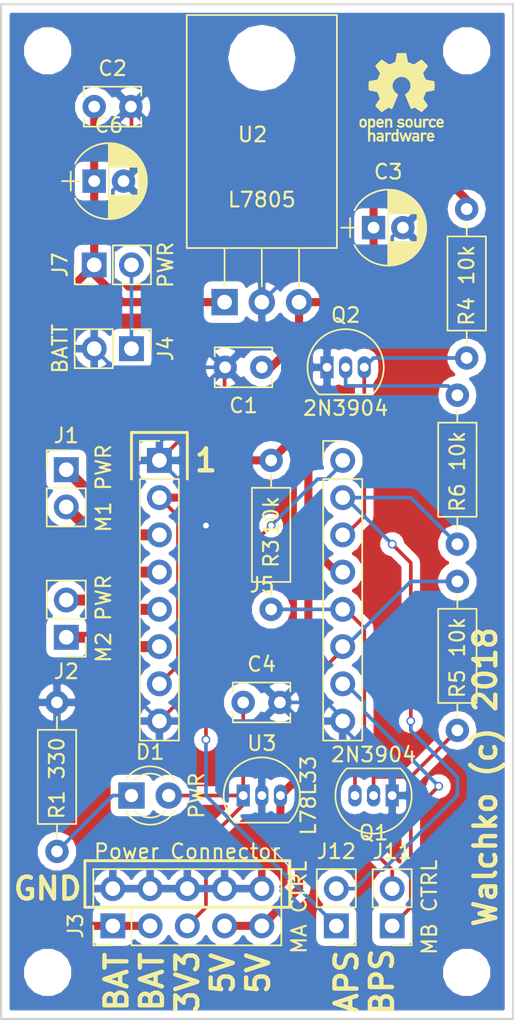
<source format=kicad_pcb>
(kicad_pcb (version 4) (host pcbnew 4.0.7)
  (layers (0 F.Cu signal) (31 B.Cu signal) (34 B.Paste user) (35 F.Paste user) (36 B.SilkS user) (37 F.SilkS user) (38 B.Mask user) (39 F.Mask user) (44 Edge.Cuts user))
  (net 0 "")
  (net 1 GND)
  (net 2 +5V)
  (net 3 +3V3)
  (net 4 "Net-(D1-Pad1)")
  (net 5 BPWM)
  (net 6 B2)
  (net 7 APWM)
  (net 8 A2)
  (net 9 B1)
  (net 10 A1)
  (net 11 "Net-(Q1-Pad2)")
  (net 12 "Net-(Q2-Pad2)")
  (net 13 +BATT)
  (net 14 "Net-(J1-Pad1)")
  (net 15 "Net-(J1-Pad2)")
  (net 16 "Net-(J2-Pad1)")
  (net 17 "Net-(J2-Pad2)")
  (net 18 "Net-(J4-Pad1)")
  (module Capacitors_THT:C_Disc_D3.8mm_W2.6mm_P2.50mm (layer F.Cu) (at 112.395 76.835)
    (fp_text reference C4 (at 1.25 -2.61) (layer F.SilkS))
    (fp_text value 0.1uF)
    (pad 1 thru_hole circle (at 0 0) (size 1.6 1.6) (drill 0.8) (layers *.Cu *.Mask) (net 3 +3V3))
    (pad 2 thru_hole circle (at 2.5 0) (size 1.6 1.6) (drill 0.8) (layers *.Cu *.Mask) (net 1 GND))
  )
  (module Pin_Headers:Pin_Header_Straight_1x02_Pitch2.54mm (layer F.Cu) (at 100.33 60.96)
    (fp_text reference J1 (at 0 -2.33) (layer F.SilkS))
    (fp_text value "M1 PWR" (at 2.54 1.27 90) (layer F.SilkS))
    (pad 1 thru_hole rect (at 0 0) (size 1.7 1.7) (drill 1) (layers *.Cu *.Mask) (net 14 "Net-(J1-Pad1)"))
    (pad 2 thru_hole oval (at 0 2.54) (size 1.7 1.7) (drill 1) (layers *.Cu *.Mask) (net 15 "Net-(J1-Pad2)"))
  )
  (module Pin_Headers:Pin_Header_Straight_1x02_Pitch2.54mm (layer F.Cu) (at 100.33 72.39 180)
    (fp_text reference J2 (at 0 -2.33 180) (layer F.SilkS))
    (fp_text value "M2 PWR" (at -2.54 1.27 270) (layer F.SilkS))
    (pad 1 thru_hole rect (at 0 0 180) (size 1.7 1.7) (drill 1) (layers *.Cu *.Mask) (net 16 "Net-(J2-Pad1)"))
    (pad 2 thru_hole oval (at 0 2.54 180) (size 1.7 1.7) (drill 1) (layers *.Cu *.Mask) (net 17 "Net-(J2-Pad2)"))
  )
  (module TO_SOT_Packages_THT:TO-220-3_Horizontal (layer F.Cu) (at 111.125 49.53)
    (fp_text reference U2 (at 1.905 -11.43) (layer F.SilkS))
    (fp_text value L7805 (at 2.54 -6.985) (layer F.SilkS))
    (pad 0 np_thru_hole oval (at 2.54 -16.66) (size 3.5 3.5) (drill 3.5) (layers *.Cu *.Mask))
    (pad 1 thru_hole rect (at 0 0) (size 1.8 1.8) (drill 1) (layers *.Cu *.Mask) (net 13 +BATT))
    (pad 2 thru_hole oval (at 2.54 0) (size 1.8 1.8) (drill 1) (layers *.Cu *.Mask) (net 1 GND))
    (pad 3 thru_hole oval (at 5.08 0) (size 1.8 1.8) (drill 1) (layers *.Cu *.Mask) (net 2 +5V))
  )
  (module TO_SOT_Packages_THT:TO-92_Inline_Narrow_Oval (layer F.Cu) (at 112.395 83.185)
    (fp_text reference U3 (at 1.27 -3.56) (layer F.SilkS))
    (fp_text value L78L33 (at 4.445 0 90) (layer F.SilkS))
    (pad 2 thru_hole oval (at 1.27 0 180) (size 0.9 1.5) (drill 0.6) (layers *.Cu *.Mask) (net 1 GND))
    (pad 3 thru_hole oval (at 2.54 0 180) (size 0.9 1.5) (drill 0.6) (layers *.Cu *.Mask) (net 2 +5V))
    (pad 1 thru_hole rect (at 0 0 180) (size 0.9 1.5) (drill 0.6) (layers *.Cu *.Mask) (net 3 +3V3))
  )
  (module Capacitors_THT:CP_Radial_D5.0mm_P2.00mm (layer F.Cu) (at 102.235 41.275)
    (fp_text reference C6 (at 1 -3.81) (layer F.SilkS))
    (fp_text value 33uF)
    (pad 1 thru_hole rect (at 0 0) (size 1.6 1.6) (drill 0.8) (layers *.Cu *.Mask) (net 13 +BATT))
    (pad 2 thru_hole circle (at 2 0) (size 1.6 1.6) (drill 0.8) (layers *.Cu *.Mask) (net 1 GND))
  )
  (module LEDs:LED_D3.0mm (layer F.Cu) (at 104.775 83.185)
    (fp_text reference D1 (at 1.27 -2.96) (layer F.SilkS))
    (fp_text value PWR (at 4.445 0 90) (layer F.SilkS))
    (pad 1 thru_hole rect (at 0 0) (size 1.8 1.8) (drill 0.9) (layers *.Cu *.Mask) (net 4 "Net-(D1-Pad1)"))
    (pad 2 thru_hole circle (at 2.54 0) (size 1.8 1.8) (drill 0.9) (layers *.Cu *.Mask) (net 3 +3V3))
  )
  (module Pin_Headers:Pin_Header_Straight_1x02_Pitch2.54mm (layer F.Cu) (at 122.555 92.075 180)
    (fp_text reference J11 (at 0 5.08 180) (layer F.SilkS))
    (fp_text value "MB CTRL" (at -2.54 1.27 270) (layer F.SilkS))
    (pad 1 thru_hole rect (at 0 0 180) (size 1.7 1.7) (drill 1) (layers *.Cu *.Mask) (net 5 BPWM))
    (pad 2 thru_hole oval (at 0 2.54 180) (size 1.7 1.7) (drill 1) (layers *.Cu *.Mask) (net 6 B2))
  )
  (module Pin_Headers:Pin_Header_Straight_1x02_Pitch2.54mm (layer F.Cu) (at 118.745 92.075 180)
    (fp_text reference J12 (at 0 5.08 180) (layer F.SilkS))
    (fp_text value "MA CTRL" (at 2.54 1.27 270) (layer F.SilkS))
    (pad 1 thru_hole rect (at 0 0 180) (size 1.7 1.7) (drill 1) (layers *.Cu *.Mask) (net 7 APWM))
    (pad 2 thru_hole oval (at 0 2.54 180) (size 1.7 1.7) (drill 1) (layers *.Cu *.Mask) (net 8 A2))
  )
  (module Capacitors_THT:C_Disc_D3.8mm_W2.6mm_P2.50mm (layer F.Cu) (at 113.665 53.975 180)
    (fp_text reference C1 (at 1.25 -2.61 180) (layer F.SilkS))
    (fp_text value 0.1uF)
    (pad 1 thru_hole circle (at 0 0 180) (size 1.6 1.6) (drill 0.8) (layers *.Cu *.Mask) (net 2 +5V))
    (pad 2 thru_hole circle (at 2.5 0 180) (size 1.6 1.6) (drill 0.8) (layers *.Cu *.Mask) (net 1 GND))
  )
  (module Capacitors_THT:C_Disc_D3.8mm_W2.6mm_P2.50mm (layer F.Cu) (at 102.235 36.195)
    (fp_text reference C2 (at 1.25 -2.61) (layer F.SilkS))
    (fp_text value 0.1uF)
    (pad 1 thru_hole circle (at 0 0) (size 1.6 1.6) (drill 0.8) (layers *.Cu *.Mask) (net 13 +BATT))
    (pad 2 thru_hole circle (at 2.5 0) (size 1.6 1.6) (drill 0.8) (layers *.Cu *.Mask) (net 1 GND))
  )
  (module Capacitors_THT:CP_Radial_D5.0mm_P2.00mm (layer F.Cu) (at 121.285 44.45)
    (fp_text reference C3 (at 1 -3.81) (layer F.SilkS))
    (fp_text value 10uF)
    (pad 1 thru_hole rect (at 0 0) (size 1.6 1.6) (drill 0.8) (layers *.Cu *.Mask) (net 2 +5V))
    (pad 2 thru_hole circle (at 2 0) (size 1.6 1.6) (drill 0.8) (layers *.Cu *.Mask) (net 1 GND))
  )
  (module Pin_Headers:Pin_Header_Straight_2x05_Pitch2.54mm (layer F.Cu) (at 103.505 92.075 90)
    (fp_text reference J3 (at 0 -2.54 90) (layer F.SilkS))
    (fp_text value "Power Connector" (at 5.08 5.08 180) (layer F.SilkS))
    (pad 1 thru_hole rect (at 0 0 90) (size 1.7 1.7) (drill 1) (layers *.Cu *.Mask) (net 13 +BATT))
    (pad 2 thru_hole oval (at 2.54 0 90) (size 1.7 1.7) (drill 1) (layers *.Cu *.Mask) (net 1 GND))
    (pad 3 thru_hole oval (at 0 2.54 90) (size 1.7 1.7) (drill 1) (layers *.Cu *.Mask) (net 13 +BATT))
    (pad 4 thru_hole oval (at 2.54 2.54 90) (size 1.7 1.7) (drill 1) (layers *.Cu *.Mask) (net 1 GND))
    (pad 5 thru_hole oval (at 0 5.08 90) (size 1.7 1.7) (drill 1) (layers *.Cu *.Mask) (net 3 +3V3))
    (pad 6 thru_hole oval (at 2.54 5.08 90) (size 1.7 1.7) (drill 1) (layers *.Cu *.Mask) (net 1 GND))
    (pad 7 thru_hole oval (at 0 7.62 90) (size 1.7 1.7) (drill 1) (layers *.Cu *.Mask) (net 2 +5V))
    (pad 8 thru_hole oval (at 2.54 7.62 90) (size 1.7 1.7) (drill 1) (layers *.Cu *.Mask) (net 1 GND))
    (pad 9 thru_hole oval (at 0 10.16 90) (size 1.7 1.7) (drill 1) (layers *.Cu *.Mask) (net 2 +5V))
    (pad 10 thru_hole oval (at 2.54 10.16 90) (size 1.7 1.7) (drill 1) (layers *.Cu *.Mask) (net 1 GND))
  )
  (module Pin_Headers:Pin_Header_Straight_1x02_Pitch2.54mm (layer F.Cu) (at 104.775 52.705 270)
    (fp_text reference J4 (at 0 -2.33 270) (layer F.SilkS))
    (fp_text value BATT (at 0 4.87 270) (layer F.SilkS))
    (pad 1 thru_hole rect (at 0 0 270) (size 1.7 1.7) (drill 1) (layers *.Cu *.Mask) (net 18 "Net-(J4-Pad1)"))
    (pad 2 thru_hole oval (at 0 2.54 270) (size 1.7 1.7) (drill 1) (layers *.Cu *.Mask) (net 1 GND))
  )
  (module TO_SOT_Packages_THT:TO-92_Inline_Narrow_Oval (layer F.Cu) (at 122.555 83.185 180)
    (fp_text reference Q1 (at 1.27 -2.54 180) (layer F.SilkS))
    (fp_text value 2N3904 (at 1.27 2.79 180) (layer F.SilkS))
    (pad 2 thru_hole oval (at 1.27 0) (size 0.9 1.5) (drill 0.6) (layers *.Cu *.Mask) (net 11 "Net-(Q1-Pad2)"))
    (pad 3 thru_hole oval (at 2.54 0) (size 0.9 1.5) (drill 0.6) (layers *.Cu *.Mask) (net 9 B1))
    (pad 1 thru_hole rect (at 0 0) (size 0.9 1.5) (drill 0.6) (layers *.Cu *.Mask) (net 1 GND))
  )
  (module TO_SOT_Packages_THT:TO-92_Inline_Narrow_Oval (layer F.Cu) (at 118.11 53.975)
    (fp_text reference Q2 (at 1.27 -3.56) (layer F.SilkS))
    (fp_text value 2N3904 (at 1.27 2.79) (layer F.SilkS))
    (pad 2 thru_hole oval (at 1.27 0 180) (size 0.9 1.5) (drill 0.6) (layers *.Cu *.Mask) (net 12 "Net-(Q2-Pad2)"))
    (pad 3 thru_hole oval (at 2.54 0 180) (size 0.9 1.5) (drill 0.6) (layers *.Cu *.Mask) (net 10 A1))
    (pad 1 thru_hole rect (at 0 0 180) (size 0.9 1.5) (drill 0.6) (layers *.Cu *.Mask) (net 1 GND))
  )
  (module Mounting_Holes:MountingHole_2.2mm_M2 (layer F.Cu) (at 127.635 32.385)
    (fp_text reference "" (at 0 -3.2) (layer F.SilkS))
    (fp_text value "")
    (pad 1 np_thru_hole circle (at 0 0) (size 2.2 2.2) (drill 2.2) (layers *.Cu *.Mask))
  )
  (module Mounting_Holes:MountingHole_2.2mm_M2 (layer F.Cu) (at 99.06 32.385)
    (fp_text reference "" (at 0 -3.2) (layer F.SilkS))
    (fp_text value "")
    (pad 1 np_thru_hole circle (at 0 0) (size 2.2 2.2) (drill 2.2) (layers *.Cu *.Mask))
  )
  (module Mounting_Holes:MountingHole_2.2mm_M2 (layer F.Cu) (at 127.635 95.25)
    (fp_text reference "" (at 0 -3.2) (layer F.SilkS))
    (fp_text value "")
    (pad 1 np_thru_hole circle (at 0 0) (size 2.2 2.2) (drill 2.2) (layers *.Cu *.Mask))
  )
  (module Mounting_Holes:MountingHole_2.2mm_M2 (layer F.Cu) (at 99.06 95.25)
    (fp_text reference "" (at 0 -3.2) (layer F.SilkS))
    (fp_text value "")
    (pad 1 np_thru_hole circle (at 0 0) (size 2.2 2.2) (drill 2.2) (layers *.Cu *.Mask))
  )
  (module Pin_Headers:Pin_Header_Straight_1x02_Pitch2.54mm (layer F.Cu) (at 102.235 46.99 90)
    (fp_text reference J7 (at 0 -2.33 90) (layer F.SilkS))
    (fp_text value PWR (at 0 4.87 90) (layer F.SilkS))
    (pad 1 thru_hole rect (at 0 0 90) (size 1.7 1.7) (drill 1) (layers *.Cu *.Mask) (net 13 +BATT))
    (pad 2 thru_hole oval (at 0 2.54 90) (size 1.7 1.7) (drill 1) (layers *.Cu *.Mask) (net 18 "Net-(J4-Pad1)"))
  )
  (module bob:Pololu_TB6612 (layer F.Cu) (at 106.68 60.325)
    (fp_text reference J5 (at 7 8.5) (layer F.SilkS))
    (fp_text value TB6612_Motor_Driver)
    (pad 9 thru_hole oval (at 12.5 17.78) (size 1.7 1.7) (drill 1) (layers *.Cu *.Mask) (net 1 GND))
    (pad 10 thru_hole oval (at 12.5 15.24) (size 1.7 1.7) (drill 1) (layers *.Cu *.Mask) (net 5 BPWM))
    (pad 11 thru_hole oval (at 12.5 12.7) (size 1.7 1.7) (drill 1) (layers *.Cu *.Mask) (net 6 B2))
    (pad 12 thru_hole oval (at 12.5 10.16) (size 1.7 1.7) (drill 1) (layers *.Cu *.Mask) (net 9 B1))
    (pad 13 thru_hole oval (at 12.5 7.62) (size 1.7 1.7) (drill 1) (layers *.Cu *.Mask) (net 2 +5V))
    (pad 14 thru_hole oval (at 12.5 5.08) (size 1.7 1.7) (drill 1) (layers *.Cu *.Mask) (net 10 A1))
    (pad 15 thru_hole oval (at 12.5 2.54) (size 1.7 1.7) (drill 1) (layers *.Cu *.Mask) (net 8 A2))
    (pad 16 thru_hole circle (at 12.5 0) (size 1.7 1.7) (drill 1) (layers *.Cu *.Mask) (net 7 APWM))
    (pad 1 thru_hole rect (at 0 0) (size 1.7 1.7) (drill 1) (layers *.Cu *.Mask) (net 1 GND))
    (pad 2 thru_hole oval (at 0 2.54) (size 1.7 1.7) (drill 1) (layers *.Cu *.Mask) (net 2 +5V))
    (pad 3 thru_hole oval (at 0 5.08) (size 1.7 1.7) (drill 1) (layers *.Cu *.Mask) (net 14 "Net-(J1-Pad1)"))
    (pad 4 thru_hole oval (at 0 7.62) (size 1.7 1.7) (drill 1) (layers *.Cu *.Mask) (net 15 "Net-(J1-Pad2)"))
    (pad 5 thru_hole oval (at 0 10.16) (size 1.7 1.7) (drill 1) (layers *.Cu *.Mask) (net 17 "Net-(J2-Pad2)"))
    (pad 6 thru_hole oval (at 0 12.7) (size 1.7 1.7) (drill 1) (layers *.Cu *.Mask) (net 16 "Net-(J2-Pad1)"))
    (pad 7 thru_hole oval (at 0 15.24) (size 1.7 1.7) (drill 1) (layers *.Cu *.Mask) (net 2 +5V))
    (pad 8 thru_hole oval (at 0 17.78) (size 1.7 1.7) (drill 1) (layers *.Cu *.Mask) (net 1 GND))
  )
  (module Resistors_THT:R_Axial_DIN0207_L6.3mm_D2.5mm_P10.16mm_Horizontal (layer F.Cu) (at 99.695 86.995 90)
    (fp_text reference R1 (at 3.175 0 90) (layer F.SilkS))
    (fp_text value 330 (at 6.35 0 90) (layer F.SilkS))
    (pad 1 thru_hole circle (at 0 0 90) (size 1.6 1.6) (drill 0.8) (layers *.Cu *.Mask) (net 4 "Net-(D1-Pad1)"))
    (pad 2 thru_hole oval (at 10.16 0 90) (size 1.6 1.6) (drill 0.8) (layers *.Cu *.Mask) (net 1 GND))
  )
  (module Resistors_THT:R_Axial_DIN0207_L6.3mm_D2.5mm_P10.16mm_Horizontal (layer F.Cu) (at 114.3 70.485 90)
    (fp_text reference R3 (at 3.81 0 90) (layer F.SilkS))
    (fp_text value 10k (at 6.35 0 90) (layer F.SilkS))
    (pad 1 thru_hole circle (at 0 0 90) (size 1.6 1.6) (drill 0.8) (layers *.Cu *.Mask) (net 9 B1))
    (pad 2 thru_hole oval (at 10.16 0 90) (size 1.6 1.6) (drill 0.8) (layers *.Cu *.Mask) (net 2 +5V))
  )
  (module Resistors_THT:R_Axial_DIN0207_L6.3mm_D2.5mm_P10.16mm_Horizontal (layer F.Cu) (at 127.635 53.34 90)
    (fp_text reference R4 (at 3.175 0 90) (layer F.SilkS))
    (fp_text value 10k (at 6.35 0 90) (layer F.SilkS))
    (pad 1 thru_hole circle (at 0 0 90) (size 1.6 1.6) (drill 0.8) (layers *.Cu *.Mask) (net 10 A1))
    (pad 2 thru_hole oval (at 10.16 0 90) (size 1.6 1.6) (drill 0.8) (layers *.Cu *.Mask) (net 2 +5V))
  )
  (module Resistors_THT:R_Axial_DIN0207_L6.3mm_D2.5mm_P10.16mm_Horizontal (layer F.Cu) (at 127 68.58 270)
    (fp_text reference R5 (at 6.985 0 270) (layer F.SilkS))
    (fp_text value 10k (at 3.81 0 270) (layer F.SilkS))
    (pad 1 thru_hole circle (at 0 0 270) (size 1.6 1.6) (drill 0.8) (layers *.Cu *.Mask) (net 6 B2))
    (pad 2 thru_hole oval (at 10.16 0 270) (size 1.6 1.6) (drill 0.8) (layers *.Cu *.Mask) (net 11 "Net-(Q1-Pad2)"))
  )
  (module Resistors_THT:R_Axial_DIN0207_L6.3mm_D2.5mm_P10.16mm_Horizontal (layer F.Cu) (at 127 66.04 90)
    (fp_text reference R6 (at 3.175 0 90) (layer F.SilkS))
    (fp_text value 10k (at 6.35 0 90) (layer F.SilkS))
    (pad 1 thru_hole circle (at 0 0 90) (size 1.6 1.6) (drill 0.8) (layers *.Cu *.Mask) (net 8 A2))
    (pad 2 thru_hole oval (at 10.16 0 90) (size 1.6 1.6) (drill 0.8) (layers *.Cu *.Mask) (net 12 "Net-(Q2-Pad2)"))
  )
  (module Symbols:OSHW-Logo_5.7x6mm_SilkScreen (layer F.Cu) (at 123.19 35.56)
    (fp_text reference "" hide)
    (fp_text value "" hide)
  )
  (gr_text GND (at 99.06 89.535) (layer F.SilkS) (effects (font (size 1.5 1.5) (thickness 0.3))))
  (gr_line (start 101.6 87.63) (end 101.6 90.805) (angle 90) (layer F.SilkS) (width 0.2))
  (gr_line (start 115.57 87.63) (end 101.6 87.63) (angle 90) (layer F.SilkS) (width 0.2))
  (gr_line (start 115.57 90.805) (end 115.57 87.63) (angle 90) (layer F.SilkS) (width 0.2))
  (gr_line (start 101.6 90.805) (end 115.57 90.805) (angle 90) (layer F.SilkS) (width 0.2))
  (gr_text 1 (at 109.855 60.325) (layer F.SilkS) (effects (font (size 1.5 1.5) (thickness 0.3))))
  (gr_line (start 104.775 58.42) (end 104.775 61.595) (angle 90) (layer F.SilkS) (width 0.2))
  (gr_line (start 108.585 58.42) (end 108.585 61.595) (angle 90) (layer F.SilkS) (width 0.2))
  (gr_line (start 104.775 58.42) (end 108.585 58.42) (angle 90) (layer F.SilkS) (width 0.2))
  (gr_text "Walchko (c) 2018" (at 128.905 81.915 90) (layer F.SilkS) (effects (font (size 1.5 1.5) (thickness 0.3))))
  (gr_text "APS\nBPS" (at 120.65 95.885 90) (layer F.SilkS) (effects (font (size 1.5 1.5) (thickness 0.3))))
  (gr_text "BAT\nBAT\n3V3\n 5V\n 5V" (at 108.585 95.885 90) (layer F.SilkS) (effects (font (size 1.5 1.5) (thickness 0.3))))
  (gr_line (start 95.885 93.98) (end 95.885 98.425) (angle 90) (layer Edge.Cuts) (width 0.15))
  (gr_line (start 130.81 93.98) (end 130.81 98.425) (angle 90) (layer Edge.Cuts) (width 0.15))
  (gr_line (start 96.52 29.21) (end 130.81 29.21) (angle 90) (layer Edge.Cuts) (width 0.15))
  (gr_line (start 130.81 93.98) (end 130.81 77.47) (angle 90) (layer Edge.Cuts) (width 0.15))
  (gr_line (start 95.885 98.425) (end 130.81 98.425) (angle 90) (layer Edge.Cuts) (width 0.15))
  (gr_line (start 95.885 77.47) (end 95.885 93.98) (angle 90) (layer Edge.Cuts) (width 0.15))
  (gr_line (start 95.885 29.21) (end 95.885 77.47) (angle 90) (layer Edge.Cuts) (width 0.15))
  (gr_line (start 130.81 29.21) (end 130.81 77.47) (angle 90) (layer Edge.Cuts) (width 0.15))
  (gr_line (start 95.885 29.21) (end 96.52 29.21) (angle 90) (layer Edge.Cuts) (width 0.15))
  (segment (start 113.665 49.53) (end 117.475 45.72) (width 0.25) (layer B.Cu) (net 1))
  (segment (start 117.475 45.72) (end 122.555 45.72) (width 0.25) (layer B.Cu) (net 1))
  (segment (start 122.555 45.72) (end 122.555 45.085) (width 0.25) (layer B.Cu) (net 1))
  (segment (start 122.555 45.085) (end 123.19 44.45) (width 0.25) (layer B.Cu) (net 1))
  (segment (start 123.19 44.45) (end 123.285 44.45) (width 0.25) (layer B.Cu) (net 1))
  (segment (start 106.68 60.325) (end 111.125 55.88) (width 0.25) (layer F.Cu) (net 1))
  (segment (start 111.125 55.88) (end 111.125 53.975) (width 0.25) (layer F.Cu) (net 1))
  (segment (start 111.125 53.975) (end 111.165 53.975) (width 0.25) (layer F.Cu) (net 1))
  (segment (start 119.18 78.105) (end 119.38 78.105) (width 0.25) (layer B.Cu) (net 1))
  (segment (start 119.38 78.105) (end 119.38 78.74) (width 0.25) (layer B.Cu) (net 1))
  (segment (start 119.38 78.74) (end 122.555 81.915) (width 0.25) (layer B.Cu) (net 1))
  (segment (start 122.555 81.915) (end 122.555 83.185) (width 0.25) (layer B.Cu) (net 1))
  (segment (start 102.235 52.705) (end 102.235 49.53) (width 0.25) (layer B.Cu) (net 1))
  (segment (start 102.235 49.53) (end 103.505 48.26) (width 0.25) (layer B.Cu) (net 1))
  (segment (start 103.505 48.26) (end 103.505 41.91) (width 0.25) (layer B.Cu) (net 1))
  (segment (start 103.505 41.91) (end 104.14 41.275) (width 0.25) (layer B.Cu) (net 1))
  (segment (start 104.14 41.275) (end 104.235 41.275) (width 0.25) (layer B.Cu) (net 1))
  (segment (start 106.68 78.105) (end 109.855 74.93) (width 0.25) (layer F.Cu) (net 1))
  (segment (start 109.855 74.93) (end 109.855 64.77) (width 0.25) (layer F.Cu) (net 1))
  (via (at 109.855 64.77) (size 0.6) (layers F.Cu B.Cu) (net 1))
  (segment (start 109.855 64.77) (end 109.855 63.5) (width 0.25) (layer B.Cu) (net 1))
  (segment (start 109.855 63.5) (end 106.68 60.325) (width 0.25) (layer B.Cu) (net 1))
  (segment (start 111.165 53.975) (end 111.125 53.975) (width 0.25) (layer F.Cu) (net 1))
  (segment (start 111.125 53.975) (end 113.665 51.435) (width 0.25) (layer F.Cu) (net 1))
  (segment (start 113.665 51.435) (end 113.665 49.53) (width 0.25) (layer F.Cu) (net 1))
  (segment (start 111.165 53.975) (end 103.505 53.975) (width 0.25) (layer B.Cu) (net 1))
  (segment (start 103.505 53.975) (end 102.235 52.705) (width 0.25) (layer B.Cu) (net 1))
  (segment (start 114.895 76.835) (end 114.935 76.835) (width 0.25) (layer B.Cu) (net 1))
  (segment (start 114.935 76.835) (end 113.665 78.105) (width 0.25) (layer B.Cu) (net 1))
  (segment (start 113.665 78.105) (end 106.68 78.105) (width 0.25) (layer B.Cu) (net 1))
  (segment (start 106.68 78.105) (end 105.41 76.835) (width 0.25) (layer B.Cu) (net 1))
  (segment (start 105.41 76.835) (end 99.695 76.835) (width 0.25) (layer B.Cu) (net 1))
  (segment (start 114.895 76.835) (end 114.935 76.835) (width 0.25) (layer F.Cu) (net 1))
  (segment (start 114.935 76.835) (end 113.665 78.105) (width 0.25) (layer F.Cu) (net 1))
  (segment (start 113.665 78.105) (end 113.665 83.185) (width 0.25) (layer F.Cu) (net 1))
  (segment (start 119.18 78.105) (end 119.38 78.105) (width 0.25) (layer B.Cu) (net 1))
  (segment (start 119.38 78.105) (end 118.11 76.835) (width 0.25) (layer B.Cu) (net 1))
  (segment (start 118.11 76.835) (end 114.895 76.835) (width 0.25) (layer B.Cu) (net 1))
  (segment (start 111.165 53.975) (end 111.125 53.975) (width 0.25) (layer B.Cu) (net 1))
  (segment (start 111.125 53.975) (end 112.395 52.705) (width 0.25) (layer B.Cu) (net 1))
  (segment (start 112.395 52.705) (end 114.935 52.705) (width 0.25) (layer B.Cu) (net 1))
  (segment (start 114.935 52.705) (end 116.205 53.975) (width 0.25) (layer B.Cu) (net 1))
  (segment (start 116.205 53.975) (end 118.11 53.975) (width 0.25) (layer B.Cu) (net 1))
  (segment (start 104.235 41.275) (end 104.14 41.275) (width 0.25) (layer F.Cu) (net 1))
  (segment (start 104.14 41.275) (end 104.775 40.64) (width 0.25) (layer F.Cu) (net 1))
  (segment (start 104.775 40.64) (end 104.775 36.195) (width 0.25) (layer F.Cu) (net 1))
  (segment (start 104.775 36.195) (end 104.735 36.195) (width 0.25) (layer F.Cu) (net 1))
  (segment (start 113.665 83.185) (end 113.665 89.535) (width 0.25) (layer F.Cu) (net 1))
  (segment (start 111.125 89.535) (end 108.585 89.535) (width 0.25) (layer B.Cu) (net 1))
  (segment (start 108.585 89.535) (end 106.045 89.535) (width 0.25) (layer B.Cu) (net 1))
  (segment (start 106.045 89.535) (end 103.505 89.535) (width 0.25) (layer B.Cu) (net 1))
  (segment (start 113.665 89.535) (end 111.125 89.535) (width 0.25) (layer B.Cu) (net 1))
  (segment (start 106.68 75.565) (end 107.95 74.295) (width 0.25) (layer F.Cu) (net 2))
  (segment (start 107.95 74.295) (end 107.95 64.135) (width 0.25) (layer F.Cu) (net 2))
  (segment (start 107.95 64.135) (end 106.68 62.865) (width 0.25) (layer F.Cu) (net 2))
  (segment (start 114.935 83.185) (end 114.935 86.36) (width 0.55) (layer F.Cu) (net 2))
  (segment (start 116.205 89.535) (end 113.665 92.075) (width 0.55) (layer F.Cu) (net 2))
  (segment (start 116.205 87.63) (end 116.205 89.535) (width 0.55) (layer F.Cu) (net 2))
  (segment (start 114.935 86.36) (end 116.205 87.63) (width 0.55) (layer F.Cu) (net 2))
  (segment (start 114.935 83.185) (end 116.84 81.28) (width 0.55) (layer F.Cu) (net 2))
  (segment (start 116.84 81.28) (end 116.84 66.04) (width 0.55) (layer F.Cu) (net 2))
  (segment (start 106.68 62.865) (end 109.855 62.865) (width 0.55) (layer F.Cu) (net 2))
  (segment (start 112.395 60.325) (end 114.3 60.325) (width 0.55) (layer F.Cu) (net 2))
  (segment (start 109.855 62.865) (end 112.395 60.325) (width 0.55) (layer F.Cu) (net 2))
  (segment (start 119.18 67.945) (end 118.745 67.945) (width 0.55) (layer F.Cu) (net 2))
  (segment (start 118.745 67.945) (end 116.84 66.04) (width 0.55) (layer F.Cu) (net 2))
  (segment (start 116.84 66.04) (end 116.84 60.325) (width 0.55) (layer F.Cu) (net 2))
  (segment (start 116.84 60.325) (end 115.57 59.055) (width 0.55) (layer F.Cu) (net 2))
  (segment (start 113.665 53.975) (end 114.3 53.975) (width 0.55) (layer F.Cu) (net 2))
  (segment (start 114.3 53.975) (end 115.57 52.705) (width 0.55) (layer F.Cu) (net 2))
  (segment (start 116.205 49.53) (end 116.205 51.435) (width 0.55) (layer F.Cu) (net 2))
  (segment (start 115.57 59.055) (end 114.3 60.325) (width 0.55) (layer F.Cu) (net 2))
  (segment (start 115.57 52.07) (end 115.57 52.705) (width 0.55) (layer F.Cu) (net 2))
  (segment (start 115.57 52.705) (end 115.57 59.055) (width 0.55) (layer F.Cu) (net 2))
  (segment (start 116.205 51.435) (end 115.57 52.07) (width 0.55) (layer F.Cu) (net 2))
  (segment (start 127.635 43.18) (end 127.635 42.545) (width 0.55) (layer F.Cu) (net 2))
  (segment (start 127.635 42.545) (end 125.73 40.64) (width 0.55) (layer F.Cu) (net 2))
  (segment (start 125.73 40.64) (end 122.555 40.64) (width 0.55) (layer F.Cu) (net 2))
  (segment (start 122.555 40.64) (end 121.285 41.91) (width 0.55) (layer F.Cu) (net 2))
  (segment (start 121.285 41.91) (end 121.285 44.45) (width 0.55) (layer F.Cu) (net 2))
  (segment (start 116.205 49.53) (end 118.11 49.53) (width 0.55) (layer F.Cu) (net 2))
  (segment (start 121.285 46.355) (end 121.285 44.45) (width 0.55) (layer F.Cu) (net 2))
  (segment (start 118.11 49.53) (end 121.285 46.355) (width 0.55) (layer F.Cu) (net 2))
  (segment (start 113.665 92.075) (end 111.125 92.075) (width 0.55) (layer F.Cu) (net 2))
  (segment (start 112.395 83.185) (end 112.395 83.82) (width 0.25) (layer F.Cu) (net 3))
  (segment (start 112.395 83.82) (end 109.855 86.36) (width 0.25) (layer F.Cu) (net 3))
  (segment (start 109.855 90.805) (end 108.585 92.075) (width 0.25) (layer F.Cu) (net 3))
  (segment (start 109.855 86.36) (end 109.855 90.805) (width 0.25) (layer F.Cu) (net 3))
  (segment (start 112.395 76.835) (end 112.395 83.185) (width 0.25) (layer F.Cu) (net 3))
  (segment (start 112.395 83.185) (end 107.315 83.185) (width 0.25) (layer F.Cu) (net 3))
  (segment (start 99.695 86.995) (end 103.505 83.185) (width 0.25) (layer B.Cu) (net 4))
  (segment (start 103.505 83.185) (end 104.775 83.185) (width 0.25) (layer B.Cu) (net 4))
  (segment (start 119.18 75.565) (end 119.38 75.565) (width 0.25) (layer B.Cu) (net 5))
  (segment (start 119.38 75.565) (end 120.65 76.835) (width 0.25) (layer B.Cu) (net 5))
  (segment (start 120.65 76.835) (end 120.65 77.47) (width 0.25) (layer B.Cu) (net 5))
  (segment (start 120.65 77.47) (end 125.73 82.55) (width 0.25) (layer B.Cu) (net 5))
  (via (at 125.73 82.55) (size 0.6) (layers F.Cu B.Cu) (net 5))
  (segment (start 125.73 82.55) (end 123.825 84.455) (width 0.25) (layer F.Cu) (net 5))
  (segment (start 123.825 84.455) (end 123.825 90.805) (width 0.25) (layer F.Cu) (net 5))
  (segment (start 123.825 90.805) (end 122.555 92.075) (width 0.25) (layer F.Cu) (net 5))
  (segment (start 119.18 73.025) (end 119.38 73.025) (width 0.25) (layer F.Cu) (net 6))
  (segment (start 119.38 73.025) (end 118.11 74.295) (width 0.25) (layer F.Cu) (net 6))
  (segment (start 118.11 74.295) (end 117.475 74.295) (width 0.25) (layer F.Cu) (net 6))
  (segment (start 117.475 74.295) (end 117.475 79.375) (width 0.25) (layer F.Cu) (net 6))
  (segment (start 117.475 79.375) (end 118.745 80.645) (width 0.25) (layer F.Cu) (net 6))
  (segment (start 118.745 80.645) (end 118.745 84.455) (width 0.25) (layer F.Cu) (net 6))
  (segment (start 118.745 84.455) (end 122.555 88.265) (width 0.25) (layer F.Cu) (net 6))
  (segment (start 122.555 88.265) (end 122.555 89.535) (width 0.25) (layer F.Cu) (net 6))
  (segment (start 119.18 73.025) (end 119.38 73.025) (width 0.25) (layer B.Cu) (net 6))
  (segment (start 119.38 73.025) (end 123.825 68.58) (width 0.25) (layer B.Cu) (net 6))
  (segment (start 123.825 68.58) (end 127 68.58) (width 0.25) (layer B.Cu) (net 6))
  (segment (start 119.18 60.325) (end 119.38 60.325) (width 0.25) (layer B.Cu) (net 7))
  (segment (start 119.38 60.325) (end 118.11 61.595) (width 0.25) (layer B.Cu) (net 7))
  (segment (start 118.11 61.595) (end 117.475 61.595) (width 0.25) (layer B.Cu) (net 7))
  (segment (start 117.475 61.595) (end 114.3 64.77) (width 0.25) (layer B.Cu) (net 7))
  (via (at 114.3 64.77) (size 0.6) (layers F.Cu B.Cu) (net 7))
  (segment (start 114.3 64.77) (end 111.125 67.945) (width 0.25) (layer F.Cu) (net 7))
  (segment (start 111.125 67.945) (end 111.125 75.565) (width 0.25) (layer F.Cu) (net 7))
  (segment (start 111.125 75.565) (end 109.855 76.835) (width 0.25) (layer F.Cu) (net 7))
  (segment (start 109.855 76.835) (end 109.855 79.375) (width 0.25) (layer F.Cu) (net 7))
  (via (at 109.855 79.375) (size 0.6) (layers F.Cu B.Cu) (net 7))
  (segment (start 109.855 79.375) (end 109.855 83.185) (width 0.25) (layer B.Cu) (net 7))
  (segment (start 109.855 83.185) (end 118.745 92.075) (width 0.25) (layer B.Cu) (net 7))
  (segment (start 119.18 62.865) (end 119.38 62.865) (width 0.25) (layer B.Cu) (net 8))
  (segment (start 119.38 62.865) (end 122.555 66.04) (width 0.25) (layer B.Cu) (net 8))
  (via (at 122.555 66.04) (size 0.6) (layers F.Cu B.Cu) (net 8))
  (segment (start 122.555 66.04) (end 123.825 67.31) (width 0.25) (layer F.Cu) (net 8))
  (segment (start 123.825 67.31) (end 123.825 78.105) (width 0.25) (layer F.Cu) (net 8))
  (via (at 123.825 78.105) (size 0.6) (layers F.Cu B.Cu) (net 8))
  (segment (start 123.825 78.105) (end 123.825 78.74) (width 0.25) (layer B.Cu) (net 8))
  (segment (start 123.825 78.74) (end 127 81.915) (width 0.25) (layer B.Cu) (net 8))
  (segment (start 127 81.915) (end 127 83.185) (width 0.25) (layer B.Cu) (net 8))
  (segment (start 127 83.185) (end 121.92 88.265) (width 0.25) (layer B.Cu) (net 8))
  (segment (start 121.92 88.265) (end 121.285 88.265) (width 0.25) (layer B.Cu) (net 8))
  (segment (start 121.285 88.265) (end 120.015 89.535) (width 0.25) (layer B.Cu) (net 8))
  (segment (start 120.015 89.535) (end 118.745 89.535) (width 0.25) (layer B.Cu) (net 8))
  (segment (start 127 66.04) (end 123.825 62.865) (width 0.25) (layer B.Cu) (net 8))
  (segment (start 123.825 62.865) (end 119.18 62.865) (width 0.25) (layer B.Cu) (net 8))
  (segment (start 120.015 83.185) (end 120.015 81.915) (width 0.25) (layer F.Cu) (net 9))
  (segment (start 120.015 81.915) (end 120.65 81.28) (width 0.25) (layer F.Cu) (net 9))
  (segment (start 120.65 81.28) (end 120.65 71.755) (width 0.25) (layer F.Cu) (net 9))
  (segment (start 120.65 71.755) (end 119.38 70.485) (width 0.25) (layer F.Cu) (net 9))
  (segment (start 119.38 70.485) (end 119.18 70.485) (width 0.25) (layer F.Cu) (net 9))
  (segment (start 119.18 70.485) (end 114.3 70.485) (width 0.25) (layer B.Cu) (net 9))
  (segment (start 120.65 53.975) (end 120.65 64.135) (width 0.25) (layer F.Cu) (net 10))
  (segment (start 120.65 64.135) (end 119.38 65.405) (width 0.25) (layer F.Cu) (net 10))
  (segment (start 119.38 65.405) (end 119.18 65.405) (width 0.25) (layer F.Cu) (net 10))
  (segment (start 120.65 53.975) (end 121.285 53.34) (width 0.25) (layer B.Cu) (net 10))
  (segment (start 121.285 53.34) (end 127.635 53.34) (width 0.25) (layer B.Cu) (net 10))
  (segment (start 121.285 83.185) (end 121.285 81.915) (width 0.25) (layer F.Cu) (net 11))
  (segment (start 121.285 81.915) (end 123.825 81.915) (width 0.25) (layer F.Cu) (net 11))
  (segment (start 123.825 81.915) (end 127 78.74) (width 0.25) (layer F.Cu) (net 11))
  (segment (start 127 55.88) (end 126.365 55.245) (width 0.25) (layer B.Cu) (net 12))
  (segment (start 126.365 55.245) (end 119.38 55.245) (width 0.25) (layer B.Cu) (net 12))
  (segment (start 119.38 55.245) (end 119.38 53.975) (width 0.25) (layer B.Cu) (net 12))
  (segment (start 102.235 46.99) (end 102.235 47.625) (width 0.55) (layer F.Cu) (net 13))
  (segment (start 102.235 47.625) (end 104.14 49.53) (width 0.55) (layer F.Cu) (net 13))
  (segment (start 104.14 49.53) (end 111.125 49.53) (width 0.55) (layer F.Cu) (net 13))
  (segment (start 102.235 41.275) (end 102.235 36.195) (width 0.55) (layer F.Cu) (net 13))
  (segment (start 106.045 92.075) (end 103.505 92.075) (width 0.55) (layer F.Cu) (net 13))
  (segment (start 103.505 92.075) (end 101.6 92.075) (width 0.55) (layer F.Cu) (net 13))
  (segment (start 101.6 92.075) (end 100.965 91.44) (width 0.55) (layer F.Cu) (net 13))
  (segment (start 100.965 91.44) (end 99.695 91.44) (width 0.55) (layer F.Cu) (net 13))
  (segment (start 99.695 91.44) (end 97.79 89.535) (width 0.55) (layer F.Cu) (net 13))
  (segment (start 97.79 89.535) (end 97.79 51.435) (width 0.55) (layer F.Cu) (net 13))
  (segment (start 97.79 51.435) (end 102.235 46.99) (width 0.55) (layer F.Cu) (net 13))
  (segment (start 102.235 46.99) (end 102.235 41.275) (width 0.55) (layer F.Cu) (net 13))
  (segment (start 106.68 65.405) (end 104.775 65.405) (width 0.75) (layer F.Cu) (net 14))
  (segment (start 104.775 65.405) (end 100.33 60.96) (width 0.75) (layer F.Cu) (net 14))
  (segment (start 106.68 67.945) (end 104.775 67.945) (width 0.75) (layer F.Cu) (net 15))
  (segment (start 104.775 67.945) (end 100.33 63.5) (width 0.75) (layer F.Cu) (net 15))
  (segment (start 106.68 73.025) (end 104.14 73.025) (width 0.75) (layer F.Cu) (net 16))
  (segment (start 103.505 72.39) (end 100.33 72.39) (width 0.75) (layer F.Cu) (net 16))
  (segment (start 104.14 73.025) (end 103.505 72.39) (width 0.75) (layer F.Cu) (net 16))
  (segment (start 106.68 70.485) (end 103.505 70.485) (width 0.75) (layer F.Cu) (net 17))
  (segment (start 102.87 69.85) (end 100.33 69.85) (width 0.75) (layer F.Cu) (net 17))
  (segment (start 103.505 70.485) (end 102.87 69.85) (width 0.75) (layer F.Cu) (net 17))
  (segment (start 104.775 52.705) (end 104.775 46.99) (width 0.25) (layer B.Cu) (net 18))
  (zone (net 1) (net_name GND) (layer F.Cu) (connect_pads (clearance 0.508)) (min_thickness 0.254) (fill yes (arc_segments 16) (thermal_gap 0.508) (thermal_bridge_width 0.508))
    (polygon (pts (xy 130.81 98.425) (xy 95.885 98.425) (xy 95.885 29.21) (xy 130.81 29.21)))
  )
  (zone (net 1) (net_name GND) (layer B.Cu) (connect_pads (clearance 0.508)) (min_thickness 0.254) (fill yes (arc_segments 16) (thermal_gap 0.508) (thermal_bridge_width 0.508))
    (polygon (pts (xy 130.81 98.425) (xy 95.885 98.425) (xy 95.885 29.21) (xy 130.81 29.21)))
  )
)
</source>
